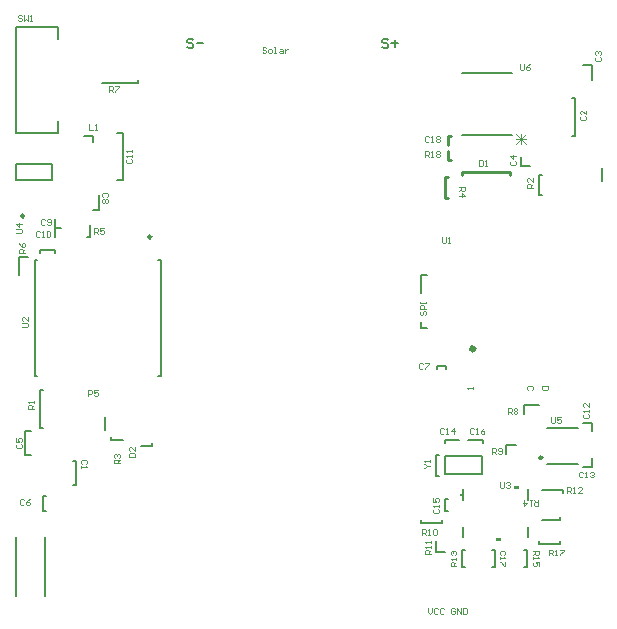
<source format=gbr>
G04*
G04 #@! TF.GenerationSoftware,Altium Limited,Altium Designer,25.8.1 (18)*
G04*
G04 Layer_Color=65535*
%FSLAX25Y25*%
%MOIN*%
G70*
G04*
G04 #@! TF.SameCoordinates,A86E57CF-C6E6-4710-AEDF-4A901DF70E31*
G04*
G04*
G04 #@! TF.FilePolarity,Positive*
G04*
G01*
G75*
%ADD10C,0.00984*%
%ADD11C,0.01500*%
%ADD12C,0.00787*%
%ADD13C,0.00598*%
%ADD14C,0.00600*%
%ADD15C,0.01000*%
%ADD16C,0.00500*%
%ADD17C,0.00315*%
%ADD18C,0.00197*%
%ADD19C,0.00300*%
G36*
X162418Y26566D02*
X160918D01*
Y25567D01*
X162418D01*
Y26566D01*
D02*
G37*
G36*
X168324Y42766D02*
X166824D01*
Y43766D01*
X168324D01*
Y42766D01*
D02*
G37*
D10*
X45892Y126861D02*
G03*
X45892Y126861I-492J0D01*
G01*
X3543Y133858D02*
G03*
X3543Y133858I-492J0D01*
G01*
X176279Y53248D02*
G03*
X176279Y53248I-492J0D01*
G01*
D11*
X153551Y89567D02*
G03*
X153551Y89567I-500J0D01*
G01*
D12*
X48254Y119085D02*
X49140D01*
X7014D02*
X7900D01*
X7014Y80502D02*
Y119085D01*
X48254Y80502D02*
X49140D01*
X7014D02*
X7900D01*
X49140D02*
Y119085D01*
X787Y196850D02*
X14961D01*
X787Y161417D02*
X14961D01*
X787D02*
Y196850D01*
X14961Y161417D02*
Y165453D01*
Y192815D02*
Y196850D01*
X984Y145972D02*
Y151272D01*
X12795D01*
Y145972D02*
Y151272D01*
X984Y145972D02*
X12795D01*
X30655Y62466D02*
Y66797D01*
X196063Y145472D02*
Y149803D01*
X177953Y50984D02*
X188189D01*
X177953Y63189D02*
X188189D01*
X124934Y192388D02*
X124409Y192912D01*
X123359D01*
X122835Y192388D01*
Y191863D01*
X123359Y191338D01*
X124409D01*
X124934Y190813D01*
Y190289D01*
X124409Y189764D01*
X123359D01*
X122835Y190289D01*
X125983Y191338D02*
X128082D01*
X127033Y192388D02*
Y190289D01*
X59973Y192388D02*
X59448Y192912D01*
X58399D01*
X57874Y192388D01*
Y191863D01*
X58399Y191338D01*
X59448D01*
X59973Y190813D01*
Y190289D01*
X59448Y189764D01*
X58399D01*
X57874Y190289D01*
X61023Y191338D02*
X63122D01*
D13*
X135827Y96457D02*
Y98425D01*
Y96457D02*
X137795D01*
X135827Y108268D02*
Y114173D01*
X137795D01*
X41339Y178150D02*
Y179134D01*
X29528Y178150D02*
X41339D01*
X26575Y158465D02*
Y160433D01*
X23622D02*
X26575D01*
X34449Y145669D02*
X35433D01*
X36417D01*
Y161417D01*
X34449D02*
X36417D01*
X26575Y135827D02*
X28543D01*
Y140748D01*
X24606Y126969D02*
X25591D01*
Y130905D01*
X13780Y126969D02*
Y129921D01*
X15748D01*
X13780D02*
X15748D01*
X13780D02*
Y132874D01*
X1969Y114173D02*
Y120079D01*
X4921D01*
D14*
X149934Y26667D02*
Y30262D01*
X171434Y26667D02*
Y30262D01*
Y39071D02*
Y42667D01*
X149934Y39071D02*
Y42667D01*
X149524Y181511D02*
X166224D01*
X149524Y160811D02*
X166224D01*
X164173Y57480D02*
X167323D01*
X164173Y54331D02*
Y57480D01*
X855Y7144D02*
Y26714D01*
X10555Y7144D02*
Y26714D01*
X8858Y62992D02*
X9843D01*
X8858D02*
Y75787D01*
X9843D01*
X3937Y54134D02*
X5906D01*
X3937D02*
Y62008D01*
X5906D01*
X19685Y44291D02*
X20669D01*
Y52165D01*
X19685D02*
X20669D01*
X9843Y35433D02*
X10827D01*
X9843D02*
Y40354D01*
X10827D01*
X46260Y57087D02*
Y58071D01*
X42323Y57087D02*
X46260D01*
X32480Y59055D02*
X36417D01*
X32480D02*
Y60039D01*
X13679Y121363D02*
Y122347D01*
X8758D02*
X13679D01*
X8758Y121363D02*
Y122347D01*
X144193Y82677D02*
Y83661D01*
X141240D02*
X144193D01*
X141240Y82677D02*
Y83661D01*
X170276Y70866D02*
X175197D01*
X170276Y67913D02*
Y70866D01*
X192913Y62008D02*
Y64961D01*
X189961D02*
X192913D01*
Y50197D02*
Y53150D01*
X189961Y50197D02*
X192913D01*
X183071Y41339D02*
Y42323D01*
X176181D02*
X183071D01*
X182087Y32480D02*
Y33465D01*
X176181Y32480D02*
X182087D01*
X175197Y24606D02*
X176181D01*
X175197D02*
Y25591D01*
X182087Y24606D02*
Y25591D01*
X176181Y24606D02*
X182087D01*
X170276Y16732D02*
X171260D01*
Y22638D01*
X170276D02*
X171260D01*
X159449Y16732D02*
X160433D01*
Y22638D01*
X159449D02*
X160433D01*
X149606Y16732D02*
X150591D01*
X149606D02*
Y22638D01*
X150591D01*
X142717Y31496D02*
Y32480D01*
X135827Y31496D02*
X142717D01*
X135827D02*
Y32480D01*
X140748Y21654D02*
X143701D01*
X140748D02*
Y25591D01*
X143701Y35433D02*
X144685D01*
X143701D02*
Y39370D01*
X144685D01*
X140748Y47244D02*
X141732D01*
X140748D02*
Y54134D01*
X141732D01*
X156496Y58071D02*
Y59055D01*
X151575D02*
X156496D01*
X143701D02*
X148622D01*
X143701Y58071D02*
Y59055D01*
X192913Y179134D02*
Y184055D01*
X189961D02*
X192913D01*
X186024Y160433D02*
X187008D01*
Y173228D01*
X186024D02*
X187008D01*
X175197Y140748D02*
X176181D01*
X175197D02*
Y147638D01*
X176181D01*
X169291Y150591D02*
X172244D01*
X169291D02*
Y153543D01*
D15*
X165354Y147638D02*
Y148622D01*
X149606D02*
X165354D01*
X149606Y147638D02*
Y148622D01*
X143701Y139764D02*
X144685D01*
X143701D02*
Y146653D01*
X144685D01*
Y152559D02*
X145669D01*
X144685D02*
Y155512D01*
Y157480D02*
Y160433D01*
X145669D01*
D16*
X156300Y47837D02*
Y53737D01*
X143700D02*
X156300D01*
X143700Y47837D02*
Y53737D01*
Y47837D02*
X156300D01*
D17*
X135840Y102021D02*
X135512Y101693D01*
Y101037D01*
X135840Y100709D01*
X136168D01*
X136496Y101037D01*
Y101693D01*
X136824Y102021D01*
X137152D01*
X137480Y101693D01*
Y101037D01*
X137152Y100709D01*
X137480Y102676D02*
X135512D01*
Y103660D01*
X135840Y103988D01*
X136496D01*
X136824Y103660D01*
Y102676D01*
X135512Y104644D02*
Y105300D01*
Y104972D01*
X137480D01*
Y104644D01*
Y105300D01*
X84304Y189947D02*
X83976Y190275D01*
X83320D01*
X82992Y189947D01*
Y189619D01*
X83320Y189291D01*
X83976D01*
X84304Y188963D01*
Y188635D01*
X83976Y188307D01*
X83320D01*
X82992Y188635D01*
X85288Y188307D02*
X85944D01*
X86272Y188635D01*
Y189291D01*
X85944Y189619D01*
X85288D01*
X84960Y189291D01*
Y188635D01*
X85288Y188307D01*
X86928D02*
X87584D01*
X87256D01*
Y190275D01*
X86928D01*
X88896Y189619D02*
X89552D01*
X89880Y189291D01*
Y188307D01*
X88896D01*
X88568Y188635D01*
X88896Y188963D01*
X89880D01*
X90536Y189619D02*
Y188307D01*
Y188963D01*
X90864Y189291D01*
X91192Y189619D01*
X91519D01*
X147296Y2939D02*
X146968Y3267D01*
X146312D01*
X145984Y2939D01*
Y1627D01*
X146312Y1299D01*
X146968D01*
X147296Y1627D01*
Y2283D01*
X146640D01*
X147952Y1299D02*
Y3267D01*
X149264Y1299D01*
Y3267D01*
X149920D02*
Y1299D01*
X150904D01*
X151232Y1627D01*
Y2939D01*
X150904Y3267D01*
X149920D01*
X138110D02*
Y1955D01*
X138766Y1299D01*
X139422Y1955D01*
Y3267D01*
X141390Y2939D02*
X141062Y3267D01*
X140406D01*
X140078Y2939D01*
Y1627D01*
X140406Y1299D01*
X141062D01*
X141390Y1627D01*
X143358Y2939D02*
X143030Y3267D01*
X142374D01*
X142046Y2939D01*
Y1627D01*
X142374Y1299D01*
X143030D01*
X143358Y1627D01*
X172821Y75834D02*
X173149Y76162D01*
Y76818D01*
X172821Y77146D01*
X171509D01*
X171181Y76818D01*
Y76162D01*
X171509Y75834D01*
X178267Y77146D02*
X176299D01*
Y76162D01*
X176627Y75834D01*
X177939D01*
X178267Y76162D01*
Y77146D01*
X153228Y76102D02*
Y76758D01*
Y76430D01*
X151260D01*
X151588Y76102D01*
X2953Y200459D02*
X2625Y200787D01*
X1969D01*
X1641Y200459D01*
Y200131D01*
X1969Y199803D01*
X2625D01*
X2953Y199475D01*
Y199147D01*
X2625Y198819D01*
X1969D01*
X1641Y199147D01*
X3609Y200787D02*
Y198819D01*
X4265Y199475D01*
X4921Y198819D01*
Y200787D01*
X5577Y198819D02*
X6233D01*
X5905D01*
Y200787D01*
X5577Y200459D01*
X25263Y164370D02*
Y162402D01*
X26575D01*
X27231D02*
X27887D01*
X27559D01*
Y164370D01*
X27231Y164042D01*
X37730Y152723D02*
X37402Y152395D01*
Y151739D01*
X37730Y151411D01*
X39042D01*
X39370Y151739D01*
Y152395D01*
X39042Y152723D01*
X39370Y153379D02*
Y154035D01*
Y153707D01*
X37402D01*
X37730Y153379D01*
X39370Y155019D02*
Y155675D01*
Y155347D01*
X37402D01*
X37730Y155019D01*
X31168Y140092D02*
X31496Y140420D01*
Y141076D01*
X31168Y141404D01*
X29856D01*
X29528Y141076D01*
Y140420D01*
X29856Y140092D01*
X31168Y139436D02*
X31496Y139108D01*
Y138452D01*
X31168Y138124D01*
X30840D01*
X30512Y138452D01*
X30184Y138124D01*
X29856D01*
X29528Y138452D01*
Y139108D01*
X29856Y139436D01*
X30184D01*
X30512Y139108D01*
X30840Y139436D01*
X31168D01*
X30512Y139108D02*
Y138452D01*
X985Y128281D02*
X2624D01*
X2952Y128609D01*
Y129265D01*
X2624Y129593D01*
X985D01*
X2952Y131233D02*
X985D01*
X1969Y130249D01*
Y131561D01*
X31825Y175197D02*
Y177165D01*
X32809D01*
X33137Y176837D01*
Y176181D01*
X32809Y175853D01*
X31825D01*
X32481D02*
X33137Y175197D01*
X33792Y177165D02*
X35105D01*
Y176837D01*
X33792Y175525D01*
Y175197D01*
X3609Y39042D02*
X3281Y39370D01*
X2625D01*
X2297Y39042D01*
Y37730D01*
X2625Y37402D01*
X3281D01*
X3609Y37730D01*
X5577Y39370D02*
X4921Y39042D01*
X4265Y38386D01*
Y37730D01*
X4593Y37402D01*
X5249D01*
X5577Y37730D01*
Y38058D01*
X5249Y38386D01*
X4265D01*
X1312Y57743D02*
X985Y57415D01*
Y56759D01*
X1312Y56431D01*
X2624D01*
X2952Y56759D01*
Y57415D01*
X2624Y57743D01*
X985Y59711D02*
Y58399D01*
X1969D01*
X1640Y59055D01*
Y59383D01*
X1969Y59711D01*
X2624D01*
X2952Y59383D01*
Y58727D01*
X2624Y58399D01*
X165683Y152231D02*
X165355Y151903D01*
Y151247D01*
X165683Y150919D01*
X166995D01*
X167323Y151247D01*
Y151903D01*
X166995Y152231D01*
X167323Y153871D02*
X165355D01*
X166339Y152887D01*
Y154199D01*
X194226Y186680D02*
X193898Y186352D01*
Y185696D01*
X194226Y185368D01*
X195538D01*
X195866Y185696D01*
Y186352D01*
X195538Y186680D01*
X194226Y187336D02*
X193898Y187664D01*
Y188320D01*
X194226Y188648D01*
X194554D01*
X194882Y188320D01*
Y187992D01*
Y188320D01*
X195210Y188648D01*
X195538D01*
X195866Y188320D01*
Y187664D01*
X195538Y187336D01*
X189305Y166995D02*
X188977Y166667D01*
Y166011D01*
X189305Y165683D01*
X190617D01*
X190945Y166011D01*
Y166667D01*
X190617Y166995D01*
X190945Y168963D02*
Y167651D01*
X189633Y168963D01*
X189305D01*
X188977Y168635D01*
Y167979D01*
X189305Y167651D01*
X24278Y51181D02*
X24606Y51509D01*
Y52165D01*
X24278Y52493D01*
X22966D01*
X22638Y52165D01*
Y51509D01*
X22966Y51181D01*
X22638Y50525D02*
Y49869D01*
Y50197D01*
X24606D01*
X24278Y50525D01*
X38386Y53478D02*
X40354D01*
Y54462D01*
X40026Y54790D01*
X38714D01*
X38386Y54462D01*
Y53478D01*
X40354Y56758D02*
Y55446D01*
X39042Y56758D01*
X38714D01*
X38386Y56430D01*
Y55774D01*
X38714Y55446D01*
X155184Y152559D02*
Y150591D01*
X156168D01*
X156496Y150919D01*
Y152231D01*
X156168Y152559D01*
X155184D01*
X157152Y150591D02*
X157808D01*
X157480D01*
Y152559D01*
X157152Y152231D01*
X2953Y96785D02*
X4593D01*
X4921Y97113D01*
Y97769D01*
X4593Y98097D01*
X2953D01*
X4921Y100065D02*
Y98753D01*
X3609Y100065D01*
X3281D01*
X2953Y99737D01*
Y99081D01*
X3281Y98753D01*
X24935Y73819D02*
Y75787D01*
X25919D01*
X26247Y75459D01*
Y74803D01*
X25919Y74475D01*
X24935D01*
X28215Y75787D02*
X26903D01*
Y74803D01*
X27559Y75131D01*
X27887D01*
X28215Y74803D01*
Y74147D01*
X27887Y73819D01*
X27231D01*
X26903Y74147D01*
X142783Y126870D02*
Y125230D01*
X143111Y124902D01*
X143766D01*
X144095Y125230D01*
Y126870D01*
X144750Y124902D02*
X145406D01*
X145078D01*
Y126870D01*
X144750Y126542D01*
X136811Y49869D02*
X137139D01*
X137795Y50525D01*
X137139Y51181D01*
X136811D01*
X137795Y50525D02*
X138779D01*
Y51837D02*
Y52493D01*
Y52165D01*
X136811D01*
X137139Y51837D01*
X168928Y184488D02*
Y182848D01*
X169256Y182520D01*
X169912D01*
X170239Y182848D01*
Y184488D01*
X172207D02*
X171551Y184160D01*
X170896Y183504D01*
Y182848D01*
X171223Y182520D01*
X171879D01*
X172207Y182848D01*
Y183176D01*
X171879Y183504D01*
X170896D01*
X179069Y66732D02*
Y65092D01*
X179397Y64764D01*
X180053D01*
X180381Y65092D01*
Y66732D01*
X182349D02*
X181037D01*
Y65748D01*
X181693Y66076D01*
X182021D01*
X182349Y65748D01*
Y65092D01*
X182021Y64764D01*
X181365D01*
X181037Y65092D01*
X162140Y45078D02*
Y43439D01*
X162468Y43111D01*
X163124D01*
X163452Y43439D01*
Y45078D01*
X164108Y44750D02*
X164436Y45078D01*
X165091D01*
X165419Y44750D01*
Y44423D01*
X165091Y44094D01*
X164763D01*
X165091D01*
X165419Y43766D01*
Y43439D01*
X165091Y43111D01*
X164436D01*
X164108Y43439D01*
X137304Y153544D02*
Y155511D01*
X138288D01*
X138616Y155183D01*
Y154528D01*
X138288Y154200D01*
X137304D01*
X137960D02*
X138616Y153544D01*
X139272D02*
X139928D01*
X139600D01*
Y155511D01*
X139272Y155183D01*
X140912D02*
X141240Y155511D01*
X141896D01*
X142224Y155183D01*
Y154856D01*
X141896Y154528D01*
X142224Y154200D01*
Y153872D01*
X141896Y153544D01*
X141240D01*
X140912Y153872D01*
Y154200D01*
X141240Y154528D01*
X140912Y154856D01*
Y155183D01*
X141240Y154528D02*
X141896D01*
X178642Y20670D02*
Y22637D01*
X179627D01*
X179954Y22309D01*
Y21654D01*
X179627Y21326D01*
X178642D01*
X179298D02*
X179954Y20670D01*
X180610D02*
X181266D01*
X180938D01*
Y22637D01*
X180610Y22309D01*
X182250Y22637D02*
X183562D01*
Y22309D01*
X182250Y20998D01*
Y20670D01*
X173229Y22145D02*
X175197D01*
Y21161D01*
X174869Y20833D01*
X174213D01*
X173885Y21161D01*
Y22145D01*
Y21489D02*
X173229Y20833D01*
Y20177D02*
Y19521D01*
Y19849D01*
X175197D01*
X174869Y20177D01*
X175197Y17225D02*
Y18537D01*
X174213D01*
X174541Y17881D01*
Y17553D01*
X174213Y17225D01*
X173557D01*
X173229Y17553D01*
Y18209D01*
X173557Y18537D01*
X174869Y39142D02*
Y37174D01*
X173885D01*
X173557Y37502D01*
Y38158D01*
X173885Y38486D01*
X174869D01*
X174213D02*
X173557Y39142D01*
X172901D02*
X172246D01*
X172573D01*
Y37174D01*
X172901Y37502D01*
X170278Y39142D02*
Y37174D01*
X171262Y38158D01*
X169950D01*
X147637Y17225D02*
X145670D01*
Y18209D01*
X145998Y18537D01*
X146653D01*
X146982Y18209D01*
Y17225D01*
Y17881D02*
X147637Y18537D01*
Y19193D02*
Y19849D01*
Y19521D01*
X145670D01*
X145998Y19193D01*
Y20833D02*
X145670Y21161D01*
Y21817D01*
X145998Y22145D01*
X146326D01*
X146653Y21817D01*
Y21489D01*
Y21817D01*
X146982Y22145D01*
X147310D01*
X147637Y21817D01*
Y21161D01*
X147310Y20833D01*
X184548Y41536D02*
Y43504D01*
X185532D01*
X185860Y43176D01*
Y42520D01*
X185532Y42192D01*
X184548D01*
X185204D02*
X185860Y41536D01*
X186516D02*
X187172D01*
X186844D01*
Y43504D01*
X186516Y43176D01*
X189468Y41536D02*
X188156D01*
X189468Y42848D01*
Y43176D01*
X189140Y43504D01*
X188484D01*
X188156Y43176D01*
X139284Y21068D02*
X137316D01*
Y22052D01*
X137644Y22380D01*
X138300D01*
X138628Y22052D01*
Y21068D01*
Y21724D02*
X139284Y22380D01*
Y23036D02*
Y23692D01*
Y23364D01*
X137316D01*
X137644Y23036D01*
X139284Y24676D02*
Y25332D01*
Y25004D01*
X137316D01*
X137644Y24676D01*
X136320Y27559D02*
Y29527D01*
X137304D01*
X137632Y29199D01*
Y28543D01*
X137304Y28215D01*
X136320D01*
X136976D02*
X137632Y27559D01*
X138288D02*
X138944D01*
X138616D01*
Y29527D01*
X138288Y29199D01*
X139927D02*
X140255Y29527D01*
X140911D01*
X141239Y29199D01*
Y27887D01*
X140911Y27559D01*
X140255D01*
X139927Y27887D01*
Y29199D01*
X159384Y54528D02*
Y56496D01*
X160368D01*
X160696Y56168D01*
Y55512D01*
X160368Y55184D01*
X159384D01*
X160040D02*
X160696Y54528D01*
X161352Y54856D02*
X161680Y54528D01*
X162336D01*
X162663Y54856D01*
Y56168D01*
X162336Y56496D01*
X161680D01*
X161352Y56168D01*
Y55840D01*
X161680Y55512D01*
X162663D01*
X164699Y67914D02*
Y69882D01*
X165683D01*
X166011Y69554D01*
Y68898D01*
X165683Y68570D01*
X164699D01*
X165355D02*
X166011Y67914D01*
X166667Y69554D02*
X166995Y69882D01*
X167650D01*
X167979Y69554D01*
Y69226D01*
X167650Y68898D01*
X167979Y68570D01*
Y68242D01*
X167650Y67914D01*
X166995D01*
X166667Y68242D01*
Y68570D01*
X166995Y68898D01*
X166667Y69226D01*
Y69554D01*
X166995Y68898D02*
X167650D01*
X3937Y121392D02*
X1969D01*
Y122376D01*
X2297Y122704D01*
X2953D01*
X3281Y122376D01*
Y121392D01*
Y122048D02*
X3937Y122704D01*
X1969Y124671D02*
X2297Y124015D01*
X2953Y123360D01*
X3609D01*
X3937Y123688D01*
Y124343D01*
X3609Y124671D01*
X3281D01*
X2953Y124343D01*
Y123360D01*
X26903Y127953D02*
Y129921D01*
X27887D01*
X28215Y129593D01*
Y128937D01*
X27887Y128609D01*
X26903D01*
X27559D02*
X28215Y127953D01*
X30183Y129921D02*
X28871D01*
Y128937D01*
X29527Y129265D01*
X29855D01*
X30183Y128937D01*
Y128281D01*
X29855Y127953D01*
X29199D01*
X28871Y128281D01*
X148622Y143569D02*
X150590D01*
Y142585D01*
X150262Y142257D01*
X149606D01*
X149278Y142585D01*
Y143569D01*
Y142913D02*
X148622Y142257D01*
Y140617D02*
X150590D01*
X149606Y141601D01*
Y140289D01*
X35433Y51329D02*
X33465D01*
Y52312D01*
X33793Y52640D01*
X34449D01*
X34777Y52312D01*
Y51329D01*
Y51985D02*
X35433Y52640D01*
X33793Y53297D02*
X33465Y53624D01*
Y54280D01*
X33793Y54608D01*
X34121D01*
X34449Y54280D01*
Y53952D01*
Y54280D01*
X34777Y54608D01*
X35105D01*
X35433Y54280D01*
Y53624D01*
X35105Y53297D01*
X173228Y143045D02*
X171260D01*
Y144029D01*
X171588Y144357D01*
X172244D01*
X172572Y144029D01*
Y143045D01*
Y143701D02*
X173228Y144357D01*
Y146325D02*
Y145013D01*
X171916Y146325D01*
X171588D01*
X171260Y145997D01*
Y145341D01*
X171588Y145013D01*
X6889Y69554D02*
X4922D01*
Y70538D01*
X5249Y70866D01*
X5906D01*
X6233Y70538D01*
Y69554D01*
Y70210D02*
X6889Y70866D01*
Y71522D02*
Y72178D01*
Y71850D01*
X4922D01*
X5249Y71522D01*
X138616Y160105D02*
X138288Y160433D01*
X137632D01*
X137304Y160105D01*
Y158793D01*
X137632Y158465D01*
X138288D01*
X138616Y158793D01*
X139272Y158465D02*
X139928D01*
X139600D01*
Y160433D01*
X139272Y160105D01*
X140912D02*
X141240Y160433D01*
X141896D01*
X142224Y160105D01*
Y159777D01*
X141896Y159449D01*
X142224Y159121D01*
Y158793D01*
X141896Y158465D01*
X141240D01*
X140912Y158793D01*
Y159121D01*
X141240Y159449D01*
X140912Y159777D01*
Y160105D01*
X141240Y159449D02*
X141896D01*
X163648Y20833D02*
X163976Y21161D01*
Y21817D01*
X163648Y22145D01*
X162336D01*
X162008Y21817D01*
Y21161D01*
X162336Y20833D01*
X162008Y20177D02*
Y19521D01*
Y19849D01*
X163976D01*
X163648Y20177D01*
X163976Y18537D02*
Y17225D01*
X163648D01*
X162336Y18537D01*
X162008D01*
X153380Y62664D02*
X153052Y62992D01*
X152396D01*
X152068Y62664D01*
Y61352D01*
X152396Y61024D01*
X153052D01*
X153380Y61352D01*
X154036Y61024D02*
X154692D01*
X154364D01*
Y62992D01*
X154036Y62664D01*
X156987Y62992D02*
X156331Y62664D01*
X155675Y62008D01*
Y61352D01*
X156003Y61024D01*
X156659D01*
X156987Y61352D01*
Y61680D01*
X156659Y62008D01*
X155675D01*
X140092Y36254D02*
X139764Y35926D01*
Y35270D01*
X140092Y34942D01*
X141404D01*
X141732Y35270D01*
Y35926D01*
X141404Y36254D01*
X141732Y36910D02*
Y37566D01*
Y37238D01*
X139764D01*
X140092Y36910D01*
X139764Y39861D02*
Y38550D01*
X140748D01*
X140420Y39205D01*
Y39533D01*
X140748Y39861D01*
X141404D01*
X141732Y39533D01*
Y38877D01*
X141404Y38550D01*
X143537Y62664D02*
X143209Y62992D01*
X142553D01*
X142225Y62664D01*
Y61352D01*
X142553Y61024D01*
X143209D01*
X143537Y61352D01*
X144193Y61024D02*
X144849D01*
X144521D01*
Y62992D01*
X144193Y62664D01*
X146817Y61024D02*
Y62992D01*
X145833Y62008D01*
X147145D01*
X189797Y48294D02*
X189469Y48622D01*
X188813D01*
X188485Y48294D01*
Y46982D01*
X188813Y46654D01*
X189469D01*
X189797Y46982D01*
X190453Y46654D02*
X191109D01*
X190781D01*
Y48622D01*
X190453Y48294D01*
X192093D02*
X192421Y48622D01*
X193077D01*
X193405Y48294D01*
Y47966D01*
X193077Y47638D01*
X192749D01*
X193077D01*
X193405Y47310D01*
Y46982D01*
X193077Y46654D01*
X192421D01*
X192093Y46982D01*
X190289Y67750D02*
X189961Y67422D01*
Y66766D01*
X190289Y66438D01*
X191601D01*
X191929Y66766D01*
Y67422D01*
X191601Y67750D01*
X191929Y68406D02*
Y69062D01*
Y68734D01*
X189961D01*
X190289Y68406D01*
X191929Y71358D02*
Y70046D01*
X190617Y71358D01*
X190289D01*
X189961Y71030D01*
Y70373D01*
X190289Y70046D01*
X8695Y128609D02*
X8367Y128937D01*
X7711D01*
X7383Y128609D01*
Y127297D01*
X7711Y126969D01*
X8367D01*
X8695Y127297D01*
X9351Y126969D02*
X10007D01*
X9679D01*
Y128937D01*
X9351Y128609D01*
X10990D02*
X11318Y128937D01*
X11974D01*
X12302Y128609D01*
Y127297D01*
X11974Y126969D01*
X11318D01*
X10990Y127297D01*
Y128609D01*
X10499Y132546D02*
X10171Y132874D01*
X9515D01*
X9187Y132546D01*
Y131234D01*
X9515Y130906D01*
X10171D01*
X10499Y131234D01*
X11155D02*
X11483Y130906D01*
X12139D01*
X12467Y131234D01*
Y132546D01*
X12139Y132874D01*
X11483D01*
X11155Y132546D01*
Y132218D01*
X11483Y131890D01*
X12467D01*
X136483Y84317D02*
X136155Y84645D01*
X135499D01*
X135171Y84317D01*
Y83005D01*
X135499Y82678D01*
X136155D01*
X136483Y83005D01*
X137139Y84645D02*
X138451D01*
Y84317D01*
X137139Y83005D01*
Y82678D01*
D18*
X148676Y41294D02*
X149201Y40769D01*
X148676D02*
X149201Y41294D01*
X148676Y41031D02*
X149201D01*
X148939Y40769D02*
Y41294D01*
D19*
X170849Y157796D02*
X167517Y161128D01*
X170849D02*
X167517Y157796D01*
X170849Y159462D02*
X167517D01*
X169183Y161128D02*
Y157796D01*
M02*

</source>
